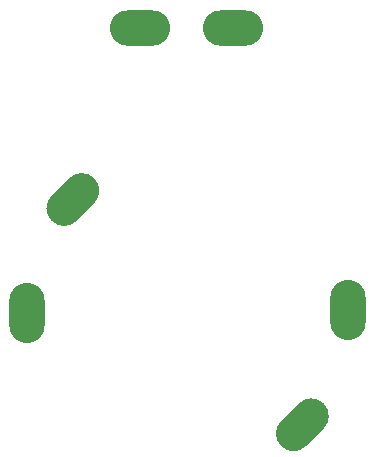
<source format=gbr>
%TF.GenerationSoftware,KiCad,Pcbnew,(5.1.9)-1*%
%TF.CreationDate,2022-03-15T15:55:04-05:00*%
%TF.ProjectId,ArmMotorPCBJ4,41726d4d-6f74-46f7-9250-43424a342e6b,rev?*%
%TF.SameCoordinates,Original*%
%TF.FileFunction,Soldermask,Top*%
%TF.FilePolarity,Negative*%
%FSLAX46Y46*%
G04 Gerber Fmt 4.6, Leading zero omitted, Abs format (unit mm)*
G04 Created by KiCad (PCBNEW (5.1.9)-1) date 2022-03-15 15:55:04*
%MOMM*%
%LPD*%
G01*
G04 APERTURE LIST*
%ADD10O,3.000000X5.100000*%
%ADD11O,5.100000X3.000000*%
G04 APERTURE END LIST*
%TO.C,TP1*%
G36*
G01*
X138533307Y-73402392D02*
X137048381Y-74887318D01*
G75*
G02*
X134927063Y-74887318I-1060659J1060659D01*
G01*
X134927063Y-74887318D01*
G75*
G02*
X134927063Y-72766000I1060659J1060659D01*
G01*
X136411989Y-71281074D01*
G75*
G02*
X138533307Y-71281074I1060659J-1060659D01*
G01*
X138533307Y-71281074D01*
G75*
G02*
X138533307Y-73402392I-1060659J-1060659D01*
G01*
G37*
%TD*%
%TO.C,TP2*%
G36*
G01*
X115506233Y-53693068D02*
X116991159Y-52208142D01*
G75*
G02*
X119112477Y-52208142I1060659J-1060659D01*
G01*
X119112477Y-52208142D01*
G75*
G02*
X119112477Y-54329460I-1060659J-1060659D01*
G01*
X117627551Y-55814386D01*
G75*
G02*
X115506233Y-55814386I-1060659J1060659D01*
G01*
X115506233Y-55814386D01*
G75*
G02*
X115506233Y-53693068I1060659J1060659D01*
G01*
G37*
%TD*%
D10*
%TO.C,TP2*%
X140609600Y-63377000D03*
%TD*%
%TO.C,TP1*%
X113390400Y-63623000D03*
%TD*%
D11*
%TO.C,Conn1*%
X130863000Y-39496000D03*
X122963000Y-39496000D03*
%TD*%
M02*

</source>
